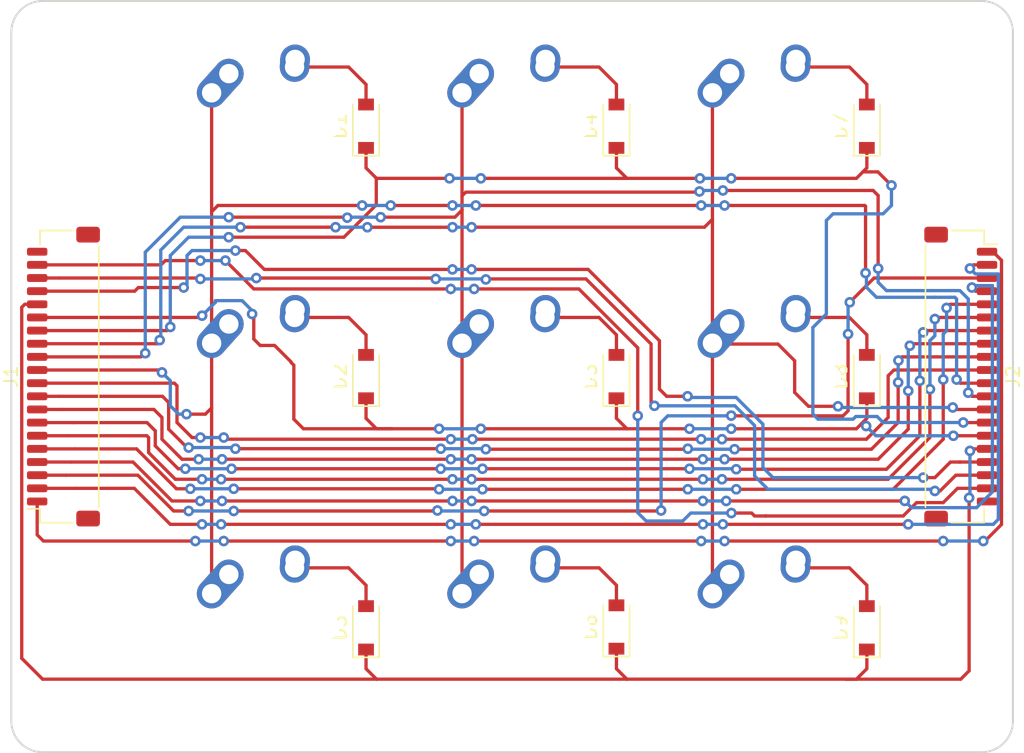
<source format=kicad_pcb>
(kicad_pcb (version 20211014) (generator pcbnew)
  (layers (0 "F.Cu" signal) (31 "B.Cu" signal) (34 "B.Paste" user) (35 "F.Paste" user) (36 "B.SilkS" user "B.Silkscreen") (37 "F.SilkS" user "F.Silkscreen") (38 "B.Mask" user) (39 "F.Mask" user) (44 "Edge.Cuts" user))
  (net 0 "")
  (net 1 "ROW5")
  (net 2 "Net-(D1-Pad2)")
  (net 3 "ROW6")
  (net 4 "Net-(D2-Pad2)")
  (net 5 "ROW7")
  (net 6 "Net-(D3-Pad2)")
  (net 7 "Net-(D4-Pad2)")
  (net 8 "Net-(D5-Pad2)")
  (net 9 "Net-(D6-Pad2)")
  (net 10 "Net-(D7-Pad2)")
  (net 11 "Net-(D8-Pad2)")
  (net 12 "Net-(D9-Pad2)")
  (net 13 "VCC")
  (net 14 "COL3")
  (net 15 "COL4")
  (net 16 "GND")
  (net 17 "COL5")
  (net 18 "COL6")
  (net 19 "COL0")
  (net 20 "COL1")
  (net 21 "COL2")
  (net 22 "COL7")
  (net 23 "COL8")
  (net 24 "COL9")
  (net 25 "COL10")
  (net 26 "ROW8")
  (net 27 "ROW9")
  (net 28 "+5V")
  (footprint "MX_Alps_Hybrid:MX-1U-NoLED" (layer "F.Cu") (at 186.53125 100.0125)
    (fp_text reference "MX8")
    (fp_text value "MX-NoLED")
  )
  (footprint "Diode_SMD:D_SOD-123" (layer "F.Cu") (at 175.41875 100.075 90)
    (fp_text reference "D3")
    (fp_text value "D_Small")
  )
  (footprint "Diode_SMD:D_SOD-123" (layer "F.Cu") (at 213.51875 100.075 90)
    (fp_text reference "D9")
    (fp_text value "D_Small")
  )
  (footprint "Diode_SMD:D_SOD-123" (layer "F.Cu") (at 175.41875 61.9125 90)
    (fp_text reference "D1")
    (fp_text value "D_Small")
  )
  (footprint "MX_Alps_Hybrid:MX-1U-NoLED" (layer "F.Cu") (at 167.48125 61.9125)
    (fp_text reference "MX1")
    (fp_text value "MX-NoLED")
  )
  (footprint "Diode_SMD:D_SOD-123" (layer "F.Cu") (at 194.46875 61.9125 90)
    (fp_text reference "D4")
    (fp_text value "D_Small")
  )
  (footprint "Diode_SMD:D_SOD-123" (layer "F.Cu") (at 194.46875 80.9625 90)
    (fp_text reference "D5")
    (fp_text value "D_Small")
  )
  (footprint "Connector_JST:JST_SH_SM20B-SRSS-TB_1x20-1MP_P1.00mm_Horizontal" (layer "F.Cu") (at 220.6625 80.9625 -90)
    (fp_text reference "J2")
    (fp_text value "Conn_01x19_Male")
  )
  (footprint "Diode_SMD:D_SOD-123" (layer "F.Cu") (at 194.46875 100.0125 90)
    (fp_text reference "D6")
    (fp_text value "D_Small")
  )
  (footprint "MX_Alps_Hybrid:MX-1U-NoLED" (layer "F.Cu") (at 205.58125 100.0125)
    (fp_text reference "MX9")
    (fp_text value "MX-NoLED")
  )
  (footprint "MX_Alps_Hybrid:MX-1U-NoLED" (layer "F.Cu") (at 167.48125 80.9625)
    (fp_text reference "MX4")
    (fp_text value "MX-NoLED")
  )
  (footprint "Connector_JST:JST_SH_SM20B-SRSS-TB_1x20-1MP_P1.00mm_Horizontal" (layer "F.Cu") (at 152.4 80.9625 90)
    (fp_text reference "J1")
    (fp_text value "Conn_01x19_Female")
  )
  (footprint "MX_Alps_Hybrid:MX-1U-NoLED" (layer "F.Cu") (at 205.58125 61.9125)
    (fp_text reference "MX3")
    (fp_text value "MX-NoLED")
  )
  (footprint "Diode_SMD:D_SOD-123" (layer "F.Cu") (at 213.51875 80.9625 90)
    (fp_text reference "D8")
    (fp_text value "D_Small")
  )
  (footprint "Diode_SMD:D_SOD-123" (layer "F.Cu") (at 213.51875 61.9125 90)
    (fp_text reference "D7")
    (fp_text value "D_Small")
  )
  (footprint "MX_Alps_Hybrid:MX-1U-NoLED" (layer "F.Cu") (at 167.48125 100.0125)
    (fp_text reference "MX7")
    (fp_text value "MX-NoLED")
  )
  (footprint "MX_Alps_Hybrid:MX-1U-NoLED" (layer "F.Cu") (at 186.53125 61.9125)
    (fp_text reference "MX2")
    (fp_text value "MX-NoLED")
  )
  (footprint "MX_Alps_Hybrid:MX-1U-NoLED" (layer "F.Cu") (at 205.58125 80.9625)
    (fp_text reference "MX6")
    (fp_text value "MX-NoLED")
  )
  (footprint "MX_Alps_Hybrid:MX-1U-NoLED" (layer "F.Cu") (at 186.53125 80.9625)
    (fp_text reference "MX5")
    (fp_text value "MX-NoLED")
  )
  (footprint "Diode_SMD:D_SOD-123" (layer "F.Cu") (at 175.41875 80.9625 90)
    (fp_text reference "D2")
    (fp_text value "D_Small")
  )
  (gr_line (start 224.63125 54.76875) (end 224.63125 107.15625) (layer "Edge.Cuts") (width 0.15))
  (gr_arc (start 150.8125 109.5375) (mid 149.128702 108.840048) (end 148.43125 107.15625) (layer "Edge.Cuts") (width 0.15))
  (gr_line (start 150.8125 52.3875) (end 222.25 52.3875) (layer "Edge.Cuts") (width 0.15))
  (gr_arc (start 224.63125 107.15625) (mid 223.933798 108.840048) (end 222.25 109.5375) (layer "Edge.Cuts") (width 0.15))
  (gr_line (start 150.8125 109.5375) (end 222.25 109.5375) (layer "Edge.Cuts") (width 0.15))
  (gr_arc (start 222.25 52.3875) (mid 223.933798 53.084952) (end 224.63125 54.76875) (layer "Edge.Cuts") (width 0.15))
  (gr_line (start 148.43125 107.15625) (end 148.43125 54.76875) (layer "Edge.Cuts") (width 0.15))
  (gr_arc (start 148.43125 54.76875) (mid 149.128702 53.084952) (end 150.8125 52.3875) (layer "Edge.Cuts") (width 0.15))
  (segment (start 195.2625 65.88125) (end 184.15 65.88125) (width 0.25) (layer "F.Cu") (net 1))
  (segment (start 214.360125 65.389125) (end 213.217125 65.389125) (width 0.25) (layer "F.Cu") (net 1))
  (segment (start 222.6625 84.4625) (end 220.8605 84.4625) (width 0.25) (layer "F.Cu") (net 1))
  (segment (start 176.196625 65.865375) (end 175.41875 65.0875) (width 0.25) (layer "F.Cu") (net 1))
  (segment (start 176.196625 67.897375) (end 176.196625 65.865375) (width 0.25) (layer "F.Cu") (net 1))
  (segment (start 194.46875 65.0875) (end 194.46875 63.5625) (width 0.25) (layer "F.Cu") (net 1))
  (segment (start 173.736 70.358) (end 176.196625 67.897375) (width 0.25) (layer "F.Cu") (net 1))
  (segment (start 175.41875 65.0875) (end 175.41875 63.5625) (width 0.25) (layer "F.Cu") (net 1))
  (segment (start 164.973 70.358) (end 173.736 70.358) (width 0.25) (layer "F.Cu") (net 1))
  (segment (start 213.51875 65.0875) (end 213.217125 65.389125) (width 0.25) (layer "F.Cu") (net 1))
  (segment (start 200.81875 65.88125) (end 195.2625 65.88125) (width 0.25) (layer "F.Cu") (net 1))
  (segment (start 213.51875 63.5625) (end 213.51875 65.0875) (width 0.25) (layer "F.Cu") (net 1))
  (segment (start 195.2625 65.88125) (end 194.46875 65.0875) (width 0.25) (layer "F.Cu") (net 1))
  (segment (start 160.2525 77.4625) (end 160.528 77.187) (width 0.25) (layer "F.Cu") (net 1))
  (segment (start 150.4 77.4625) (end 160.2525 77.4625) (width 0.25) (layer "F.Cu") (net 1))
  (segment (start 215.392 66.421) (end 214.360125 65.389125) (width 0.25) (layer "F.Cu") (net 1))
  (segment (start 212.725 65.88125) (end 203.2 65.88125) (width 0.25) (layer "F.Cu") (net 1))
  (segment (start 181.76875 65.88125) (end 176.2125 65.88125) (width 0.25) (layer "F.Cu") (net 1))
  (segment (start 220.8605 84.4625) (end 220.853 84.455) (width 0.25) (layer "F.Cu") (net 1))
  (segment (start 176.2125 65.88125) (end 176.196625 65.865375) (width 0.25) (layer "F.Cu") (net 1))
  (segment (start 213.217125 65.389125) (end 212.725 65.88125) (width 0.25) (layer "F.Cu") (net 1))
  (via (at 160.528 77.187) (size 0.8) (drill 0.4) (layers "F.Cu" "B.Cu") (net 1))
  (via (at 220.853 84.455) (size 0.8) (drill 0.4) (layers "F.Cu" "B.Cu") (net 1))
  (via (at 215.392 66.421) (size 0.8) (drill 0.4) (layers "F.Cu" "B.Cu") (net 1))
  (via (at 164.973 70.358) (size 0.8) (drill 0.4) (layers "F.Cu" "B.Cu") (net 1))
  (via (at 181.76875 65.88125) (size 0.8) (drill 0.4) (layers "F.Cu" "B.Cu") (net 1))
  (via (at 200.81875 65.88125) (size 0.8) (drill 0.4) (layers "F.Cu" "B.Cu") (net 1))
  (via (at 203.2 65.88125) (size 0.8) (drill 0.4) (layers "F.Cu" "B.Cu") (net 1))
  (via (at 184.15 65.88125) (size 0.8) (drill 0.4) (layers "F.Cu" "B.Cu") (net 1))
  (segment (start 210.439 76.199232) (end 210.439 69.088) (width 0.25) (layer "B.Cu") (net 1))
  (segment (start 214.757 84.455) (end 214.300451 83.998451) (width 0.25) (layer "B.Cu") (net 1))
  (segment (start 184.15 65.88125) (end 181.76875 65.88125) (width 0.25) (layer "B.Cu") (net 1))
  (segment (start 161.29 70.993) (end 161.925 70.358) (width 0.25) (layer "B.Cu") (net 1))
  (segment (start 209.411249 83.808249) (end 209.411249 77.226983) (width 0.25) (layer "B.Cu") (net 1))
  (segment (start 209.804 84.201) (end 209.411249 83.808249) (width 0.25) (layer "B.Cu") (net 1))
  (segment (start 214.757 68.58) (end 215.392 67.945) (width 0.25) (layer "B.Cu") (net 1))
  (segment (start 165.227 70.358) (end 164.973 70.358) (width 0.25) (layer "B.Cu") (net 1))
  (segment (start 203.2 65.88125) (end 200.81875 65.88125) (width 0.25) (layer "B.Cu") (net 1))
  (segment (start 160.528 77.187) (end 160.528 71.755) (width 0.25) (layer "B.Cu") (net 1))
  (segment (start 209.411249 77.226983) (end 210.439 76.199232) (width 0.25) (layer "B.Cu") (net 1))
  (segment (start 212.673549 83.998451) (end 212.471 84.201) (width 0.25) (layer "B.Cu") (net 1))
  (segment (start 210.439 69.088) (end 210.947 68.58) (width 0.25) (layer "B.Cu") (net 1))
  (segment (start 220.853 84.455) (end 214.757 84.455) (width 0.25) (layer "B.Cu") (net 1))
  (segment (start 160.528 71.755) (end 161.29 70.993) (width 0.25) (layer "B.Cu") (net 1))
  (segment (start 214.300451 83.998451) (end 212.673549 83.998451) (width 0.25) (layer "B.Cu") (net 1))
  (segment (start 210.947 68.58) (end 214.757 68.58) (width 0.25) (layer "B.Cu") (net 1))
  (segment (start 161.925 70.358) (end 164.973 70.358) (width 0.25) (layer "B.Cu") (net 1))
  (segment (start 212.471 84.201) (end 209.804 84.201) (width 0.25) (layer "B.Cu") (net 1))
  (segment (start 215.392 67.945) (end 215.392 66.421) (width 0.25) (layer "B.Cu") (net 1))
  (segment (start 174.09375 57.4125) (end 169.98125 57.4125) (width 0.25) (layer "F.Cu") (net 2))
  (segment (start 175.41875 58.7375) (end 174.09375 57.4125) (width 0.25) (layer "F.Cu") (net 2))
  (segment (start 175.41875 60.2625) (end 175.41875 58.7375) (width 0.25) (layer "F.Cu") (net 2))
  (segment (start 195.2625 84.93125) (end 184.15 84.93125) (width 0.25) (layer "F.Cu") (net 3))
  (segment (start 222.6625 85.4625) (end 220.0995 85.4625) (width 0.25) (layer "F.Cu") (net 3))
  (segment (start 200.025 84.93125) (end 195.2625 84.93125) (width 0.25) (layer "F.Cu") (net 3))
  (segment (start 194.46875 84.1375) (end 194.46875 82.6125) (width 0.25) (layer "F.Cu") (net 3))
  (segment (start 180.975 84.93125) (end 177.38725 84.93125) (width 0.25) (layer "F.Cu") (net 3))
  (segment (start 169.711942 79.843059) (end 169.711942 79.880961) (width 0.25) (layer "F.Cu") (net 3))
  (segment (start 166.878 78.105) (end 167.366599 78.593599) (width 0.25) (layer "F.Cu") (net 3))
  (segment (start 169.926 80.095019) (end 169.926 84.201) (width 0.25) (layer "F.Cu") (net 3))
  (segment (start 176.2125 84.93125) (end 175.41875 84.1375) (width 0.25) (layer "F.Cu") (net 3))
  (segment (start 162.81125 76.4625) (end 162.94675 76.327) (width 0.25) (layer "F.Cu") (net 3))
  (segment (start 170.65625 84.93125) (end 177.38725 84.93125) (width 0.25) (layer "F.Cu") (net 3))
  (segment (start 212.725 84.93125) (end 203.2 84.93125) (width 0.25) (layer "F.Cu") (net 3))
  (segment (start 213.51875 84.1375) (end 213.090125 84.566125) (width 0.25) (layer "F.Cu") (net 3))
  (segment (start 166.751 76.2) (end 166.878 76.327) (width 0.25) (layer "F.Cu") (net 3))
  (segment (start 167.366599 78.593599) (end 168.462482 78.593599) (width 0.25) (layer "F.Cu") (net 3))
  (segment (start 169.926 84.201) (end 170.65625 84.93125) (width 0.25) (layer "F.Cu") (net 3))
  (segment (start 175.41875 84.1375) (end 175.41875 82.6125) (width 0.25) (layer "F.Cu") (net 3))
  (segment (start 169.711942 79.880961) (end 169.926 80.095019) (width 0.25) (layer "F.Cu") (net 3))
  (segment (start 213.090125 84.566125) (end 212.725 84.93125) (width 0.25) (layer "F.Cu") (net 3))
  (segment (start 166.878 76.327) (end 166.878 78.105) (width 0.25) (layer "F.Cu") (net 3))
  (segment (start 213.51875 82.6125) (end 213.51875 84.1375) (width 0.25) (layer "F.Cu") (net 3))
  (segment (start 213.463951 84.723451) (end 213.306625 84.566125) (width 0.25) (layer "F.Cu") (net 3))
  (segment (start 168.462482 78.593599) (end 169.711942 79.843059) (width 0.25) (layer "F.Cu") (net 3))
  (segment (start 195.2625 84.93125) (end 194.46875 84.1375) (width 0.25) (layer "F.Cu") (net 3))
  (segment (start 150.4 76.4625) (end 162.81125 76.4625) (width 0.25) (layer "F.Cu") (net 3))
  (segment (start 213.306625 84.566125) (end 213.090125 84.566125) (width 0.25) (layer "F.Cu") (net 3))
  (segment (start 177.38725 84.93125) (end 176.2125 84.93125) (width 0.25) (layer "F.Cu") (net 3))
  (via (at 162.94675 76.327) (size 0.8) (drill 0.4) (layers "F.Cu" "B.Cu") (net 3))
  (via (at 213.463951 84.723451) (size 0.8) (drill 0.4) (layers "F.Cu" "B.Cu") (net 3))
  (via (at 200.025 84.93125) (size 0.8) (drill 0.4) (layers "F.Cu" "B.Cu") (net 3))
  (via (at 180.975 84.93125) (size 0.8) (drill 0.4) (layers "F.Cu" "B.Cu") (net 3))
  (via (at 220.0995 85.4625) (size 0.8) (drill 0.4) (layers "F.Cu" "B.Cu") (net 3))
  (via (at 166.751 76.2) (size 0.8) (drill 0.4) (layers "F.Cu" "B.Cu") (net 3))
  (via (at 184.15 84.93125) (size 0.8) (drill 0.4) (layers "F.Cu" "B.Cu") (net 3))
  (via (at 203.2 84.93125) (size 0.8) (drill 0.4) (layers "F.Cu" "B.Cu") (net 3))
  (segment (start 166.751 75.946) (end 166.751 76.2) (width 0.25) (layer "B.Cu") (net 3))
  (segment (start 165.989 75.184) (end 166.116 75.311) (width 0.25) (layer "B.Cu") (net 3))
  (segment (start 162.94675 76.327) (end 163.957 75.31675) (width 0.25) (layer "B.Cu") (net 3))
  (segment (start 203.2 84.93125) (end 200.025 84.93125) (width 0.25) (layer "B.Cu") (net 3))
  (segment (start 166.116 75.311) (end 166.751 75.946) (width 0.25) (layer "B.Cu") (net 3))
  (segment (start 163.957 75.31675) (end 163.957 75.184) (width 0.25) (layer "B.Cu") (net 3))
  (segment (start 214.203 85.4625) (end 213.463951 84.723451) (width 0.25) (layer "B.Cu") (net 3))
  (segment (start 163.957 75.184) (end 165.989 75.184) (width 0.25) (layer "B.Cu") (net 3))
  (segment (start 220.0995 85.4625) (end 214.203 85.4625) (width 0.25) (layer "B.Cu") (net 3))
  (segment (start 184.15 84.93125) (end 180.975 84.93125) (width 0.25) (layer "B.Cu") (net 3))
  (segment (start 174.09375 76.4625) (end 169.98125 76.4625) (width 0.25) (layer "F.Cu") (net 4))
  (segment (start 175.41875 77.7875) (end 174.09375 76.4625) (width 0.25) (layer "F.Cu") (net 4))
  (segment (start 175.41875 79.3125) (end 175.41875 77.7875) (width 0.25) (layer "F.Cu") (net 4))
  (segment (start 149.4545 75.4625) (end 149.225 75.692) (width 0.25) (layer "F.Cu") (net 5))
  (segment (start 222.6625 86.4625) (end 221.6395 86.4625) (width 0.25) (layer "F.Cu") (net 5))
  (segment (start 221.6395 86.4625) (end 221.488 86.614) (width 0.25) (layer "F.Cu") (net 5))
  (segment (start 195.2625 103.98125) (end 176.2125 103.98125) (width 0.25) (layer "F.Cu") (net 5))
  (segment (start 176.2125 103.98125) (end 175.41875 103.1875) (width 0.25) (layer "F.Cu") (net 5))
  (segment (start 221.298581 103.345169) (end 220.6625 103.98125) (width 0.25) (layer "F.Cu") (net 5))
  (segment (start 220.6625 103.98125) (end 211.93125 103.98125) (width 0.25) (layer "F.Cu") (net 5))
  (segment (start 175.41875 103.1875) (end 175.41875 101.725) (width 0.25) (layer "F.Cu") (net 5))
  (segment (start 194.46875 103.1875) (end 194.46875 101.6625) (width 0.25) (layer "F.Cu") (net 5))
  (segment (start 221.488 86.614) (end 221.361 86.614) (width 0.25) (layer "F.Cu") (net 5))
  (segment (start 195.2625 103.98125) (end 194.46875 103.1875) (width 0.25) (layer "F.Cu") (net 5))
  (segment (start 150.4 75.4625) (end 149.4545 75.4625) (width 0.25) (layer "F.Cu") (net 5))
  (segment (start 150.34375 75.40625) (end 150.4 75.4625) (width 0.25) (layer "F.Cu") (net 5))
  (segment (start 213.51875 101.725) (end 213.51875 103.1875) (width 0.25) (layer "F.Cu") (net 5))
  (segment (start 149.225 102.39375) (end 150.8125 103.98125) (width 0.25) (layer "F.Cu") (net 5))
  (segment (start 212.725 103.98125) (end 211.93125 103.98125) (width 0.25) (layer "F.Cu") (net 5))
  (segment (start 211.93125 103.98125) (end 195.2625 103.98125) (width 0.25) (layer "F.Cu") (net 5))
  (segment (start 213.51875 103.1875) (end 212.725 103.98125) (width 0.25) (layer "F.Cu") (net 5))
  (segment (start 150.8125 103.98125) (end 176.2125 103.98125) (width 0.25) (layer "F.Cu") (net 5))
  (segment (start 149.225 75.692) (end 149.225 102.39375) (width 0.25) (layer "F.Cu") (net 5))
  (segment (start 221.298581 90.187) (end 221.298581 103.345169) (width 0.25) (layer "F.Cu") (net 5))
  (via (at 221.298581 90.187) (size 0.8) (drill 0.4) (layers "F.Cu" "B.Cu") (net 5))
  (via (at 221.361 86.614) (size 0.8) (drill 0.4) (layers "F.Cu" "B.Cu") (net 5))
  (segment (start 221.315581 90.17) (end 221.298581 90.187) (width 0.25) (layer "B.Cu") (net 5))
  (segment (start 221.361 86.614) (end 221.361 90.17) (width 0.25) (layer "B.Cu") (net 5))
  (segment (start 221.361 90.17) (end 221.315581 90.17) (width 0.25) (layer "B.Cu") (net 5))
  (segment (start 175.41875 98.425) (end 175.41875 96.8375) (width 0.25) (layer "F.Cu") (net 6))
  (segment (start 175.41875 96.8375) (end 174.09375 95.5125) (width 0.25) (layer "F.Cu") (net 6))
  (segment (start 174.09375 95.5125) (end 169.98125 95.5125) (width 0.25) (layer "F.Cu") (net 6))
  (segment (start 194.46875 58.7375) (end 193.14375 57.4125) (width 0.25) (layer "F.Cu") (net 7))
  (segment (start 194.46875 60.2625) (end 194.46875 58.7375) (width 0.25) (layer "F.Cu") (net 7))
  (segment (start 193.14375 57.4125) (end 189.03125 57.4125) (width 0.25) (layer "F.Cu") (net 7))
  (segment (start 194.46875 77.7875) (end 193.14375 76.4625) (width 0.25) (layer "F.Cu") (net 8))
  (segment (start 193.14375 76.4625) (end 189.03125 76.4625) (width 0.25) (layer "F.Cu") (net 8))
  (segment (start 194.46875 79.3125) (end 194.46875 77.7875) (width 0.25) (layer "F.Cu") (net 8))
  (segment (start 193.14375 95.5125) (end 189.03125 95.5125) (width 0.25) (layer "F.Cu") (net 9))
  (segment (start 194.46875 98.3625) (end 194.46875 96.8375) (width 0.25) (layer "F.Cu") (net 9))
  (segment (start 194.46875 96.8375) (end 193.14375 95.5125) (width 0.25) (layer "F.Cu") (net 9))
  (segment (start 212.19375 57.4125) (end 208.08125 57.4125) (width 0.25) (layer "F.Cu") (net 10))
  (segment (start 213.51875 58.7375) (end 212.19375 57.4125) (width 0.25) (layer "F.Cu") (net 10))
  (segment (start 213.51875 60.2625) (end 213.51875 58.7375) (width 0.25) (layer "F.Cu") (net 10))
  (segment (start 213.51875 77.7875) (end 212.19375 76.4625) (width 0.25) (layer "F.Cu") (net 11))
  (segment (start 212.19375 76.4625) (end 208.08125 76.4625) (width 0.25) (layer "F.Cu") (net 11))
  (segment (start 213.51875 79.3125) (end 213.51875 77.7875) (width 0.25) (layer "F.Cu") (net 11))
  (segment (start 213.51875 98.425) (end 213.51875 96.8375) (width 0.25) (layer "F.Cu") (net 12))
  (segment (start 212.19375 95.5125) (end 208.08125 95.5125) (width 0.25) (layer "F.Cu") (net 12))
  (segment (start 213.51875 96.8375) (end 212.19375 95.5125) (width 0.25) (layer "F.Cu") (net 12))
  (segment (start 164.39575 92.202) (end 181.864 92.202) (width 0.25) (layer "F.Cu") (net 13))
  (segment (start 150.4 89.4625) (end 153.3615 89.4625) (width 0.25) (layer "F.Cu") (net 13))
  (segment (start 153.3615 89.4625) (end 156.8995 89.4625) (width 0.25) (layer "F.Cu") (net 13))
  (segment (start 221.361 72.738) (end 221.6365 72.4625) (width 0.25) (layer "F.Cu") (net 13))
  (segment (start 160.528 92.202) (end 162.941 92.202) (width 0.25) (layer "F.Cu") (net 13))
  (segment (start 202.565 92.202) (end 216.662 92.202) (width 0.25) (layer "F.Cu") (net 13))
  (segment (start 183.769 92.202) (end 201.04675 92.202) (width 0.25) (layer "F.Cu") (net 13))
  (segment (start 156.8995 89.4625) (end 157.7885 89.4625) (width 0.25) (layer "F.Cu") (net 13))
  (segment (start 157.7885 89.4625) (end 159.893 91.567) (width 0.25) (layer "F.Cu") (net 13))
  (segment (start 159.893 91.567) (end 160.528 92.202) (width 0.25) (layer "F.Cu") (net 13))
  (segment (start 221.6365 72.4625) (end 222.6625 72.4625) (width 0.25) (layer "F.Cu") (net 13))
  (via (at 183.769 92.202) (size 0.8) (drill 0.4) (layers "F.Cu" "B.Cu") (net 13))
  (via (at 181.864 92.202) (size 0.8) (drill 0.4) (layers "F.Cu" "B.Cu") (net 13))
  (via (at 162.941 92.202) (size 0.8) (drill 0.4) (layers "F.Cu" "B.Cu") (net 13))
  (via (at 201.04675 92.202) (size 0.8) (drill 0.4) (layers "F.Cu" "B.Cu") (net 13))
  (via (at 221.361 72.738) (size 0.8) (drill 0.4) (layers "F.Cu" "B.Cu") (net 13))
  (via (at 216.662 92.202) (size 0.8) (drill 0.4) (layers "F.Cu" "B.Cu") (net 13))
  (via (at 164.39575 92.202) (size 0.8) (drill 0.4) (layers "F.Cu" "B.Cu") (net 13))
  (via (at 202.565 92.202) (size 0.8) (drill 0.4) (layers "F.Cu" "B.Cu") (net 13))
  (segment (start 181.864 92.202) (end 183.769 92.202) (width 0.25) (layer "B.Cu") (net 13))
  (segment (start 223.52 91.821) (end 223.139 92.202) (width 0.25) (layer "B.Cu") (net 13))
  (segment (start 221.361 72.738) (end 221.775 73.152) (width 0.25) (layer "B.Cu") (net 13))
  (segment (start 162.941 92.202) (end 164.39575 92.202) (width 0.25) (layer "B.Cu") (net 13))
  (segment (start 221.775 73.152) (end 223.52 73.152) (width 0.25) (layer "B.Cu") (net 13))
  (segment (start 223.139 92.202) (end 216.662 92.202) (width 0.25) (layer "B.Cu") (net 13))
  (segment (start 223.52 73.152) (end 223.52 91.821) (width 0.25) (layer "B.Cu") (net 13))
  (segment (start 201.04675 92.202) (end 202.565 92.202) (width 0.25) (layer "B.Cu") (net 13))
  (segment (start 215.138 88.773) (end 218.313 85.598) (width 0.25) (layer "F.Cu") (net 14))
  (segment (start 218.313 81.925705) (end 218.318839 81.919866) (width 0.25) (layer "F.Cu") (net 14))
  (segment (start 218.313 85.598) (end 218.313 81.925705) (width 0.25) (layer "F.Cu") (net 14))
  (segment (start 158.877 85.598) (end 158.877 86.741) (width 0.25) (layer "F.Cu") (net 14))
  (segment (start 152.7725 85.4625) (end 158.7415 85.4625) (width 0.25) (layer "F.Cu") (net 14))
  (segment (start 183.44575 88.773) (end 201.04675 88.773) (width 0.25) (layer "F.Cu") (net 14))
  (segment (start 222.6625 76.4625) (end 219.7185 76.4625) (width 0.25) (layer "F.Cu") (net 14))
  (segment (start 164.39575 88.773) (end 181.991 88.773) (width 0.25) (layer "F.Cu") (net 14))
  (segment (start 218.8125 76.4625) (end 218.694 76.581) (width 0.25) (layer "F.Cu") (net 14))
  (segment (start 202.49575 88.773) (end 215.138 88.773) (width 0.25) (layer "F.Cu") (net 14))
  (segment (start 218.9565 76.4625) (end 218.8125 76.4625) (width 0.25) (layer "F.Cu") (net 14))
  (segment (start 158.7415 85.4625) (end 158.877 85.598) (width 0.25) (layer "F.Cu") (net 14))
  (segment (start 160.655 88.519) (end 160.909 88.773) (width 0.25) (layer "F.Cu") (net 14))
  (segment (start 219.7185 76.4625) (end 218.9565 76.4625) (width 0.25) (layer "F.Cu") (net 14))
  (segment (start 158.877 86.741) (end 160.655 88.519) (width 0.25) (layer "F.Cu") (net 14))
  (segment (start 150.4 85.4625) (end 152.7725 85.4625) (width 0.25) (layer "F.Cu") (net 14))
  (segment (start 160.909 88.773) (end 162.941 88.773) (width 0.25) (layer "F.Cu") (net 14))
  (via (at 201.04675 88.773) (size 0.8) (drill 0.4) (layers "F.Cu" "B.Cu") (net 14))
  (via (at 162.941 88.773) (size 0.8) (drill 0.4) (layers "F.Cu" "B.Cu") (net 14))
  (via (at 218.318839 81.919866) (size 0.8) (drill 0.4) (layers "F.Cu" "B.Cu") (net 14))
  (via (at 218.694 76.581) (size 0.8) (drill 0.4) (layers "F.Cu" "B.Cu") (net 14))
  (via (at 202.49575 88.773) (size 0.8) (drill 0.4) (layers "F.Cu" "B.Cu") (net 14))
  (via (at 183.44575 88.773) (size 0.8) (drill 0.4) (layers "F.Cu" "B.Cu") (net 14))
  (via (at 164.39575 88.773) (size 0.8) (drill 0.4) (layers "F.Cu" "B.Cu") (net 14))
  (via (at 181.991 88.773) (size 0.8) (drill 0.4) (layers "F.Cu" "B.Cu") (net 14))
  (segment (start 218.694 77.851) (end 218.694 76.581) (width 0.25) (layer "B.Cu") (net 14))
  (segment (start 201.04675 88.773) (end 202.49575 88.773) (width 0.25) (layer "B.Cu") (net 14))
  (segment (start 218.318839 78.237839) (end 218.318839 78.226161) (width 0.25) (layer "B.Cu") (net 14))
  (segment (start 218.318839 78.226161) (end 218.694 77.851) (width 0.25) (layer "B.Cu") (net 14))
  (segment (start 218.318839 81.919866) (end 218.318839 78.237839) (width 0.25) (layer "B.Cu") (net 14))
  (segment (start 218.318839 78.237839) (end 218.313 78.232) (width 0.25) (layer "B.Cu") (net 14))
  (segment (start 181.991 88.773) (end 183.44575 88.773) (width 0.25) (layer "B.Cu") (net 14))
  (segment (start 162.941 88.773) (end 164.39575 88.773) (width 0.25) (layer "B.Cu") (net 14))
  (segment (start 216.916 86.106) (end 217.551 85.471) (width 0.25) (layer "F.Cu") (net 15))
  (segment (start 153.1695 84.4625) (end 158.7575 84.4625) (width 0.25) (layer "F.Cu") (net 15))
  (segment (start 217.9395 77.4625) (end 222.6625 77.4625) (width 0.25) (layer "F.Cu") (net 15))
  (segment (start 215.011 88.011) (end 216.916 86.106) (width 0.25) (layer "F.Cu") (net 15))
  (segment (start 159.385 85.09) (end 159.385 86.233) (width 0.25) (layer "F.Cu") (net 15))
  (segment (start 158.7575 84.4625) (end 159.131 84.836) (width 0.25) (layer "F.Cu") (net 15))
  (segment (start 159.385 86.233) (end 161.1255 87.9735) (width 0.25) (layer "F.Cu") (net 15))
  (segment (start 159.131 84.836) (end 159.385 85.09) (width 0.25) (layer "F.Cu") (net 15))
  (segment (start 161.1255 87.9735) (end 161.671 87.9735) (width 0.25) (layer "F.Cu") (net 15))
  (segment (start 165.1895 87.9735) (end 181.096161 87.9735) (width 0.25) (layer "F.Cu") (net 15))
  (segment (start 203.581 88.011) (end 215.011 88.011) (width 0.25) (layer "F.Cu") (net 15))
  (segment (start 217.551 85.471) (end 217.551 81.28) (width 0.25) (layer "F.Cu") (net 15))
  (segment (start 184.277 87.9735) (end 200.025 87.9735) (width 0.25) (layer "F.Cu") (net 15))
  (segment (start 150.4 84.4625) (end 153.1695 84.4625) (width 0.25) (layer "F.Cu") (net 15))
  (segment (start 217.805 77.597) (end 217.9395 77.4625) (width 0.25) (layer "F.Cu") (net 15))
  (via (at 203.581 88.011) (size 0.8) (drill 0.4) (layers "F.Cu" "B.Cu") (net 15))
  (via (at 217.551 81.28) (size 0.8) (drill 0.4) (layers "F.Cu" "B.Cu") (net 15))
  (via (at 217.805 77.597) (size 0.8) (drill 0.4) (layers "F.Cu" "B.Cu") (net 15))
  (via (at 200.025 87.9735) (size 0.8) (drill 0.4) (layers "F.Cu" "B.Cu") (net 15))
  (via (at 184.277 87.9735) (size 0.8) (drill 0.4) (layers "F.Cu" "B.Cu") (net 15))
  (via (at 165.1895 87.9735) (size 0.8) (drill 0.4) (layers "F.Cu" "B.Cu") (net 15))
  (via (at 181.096161 87.9735) (size 0.8) (drill 0.4) (layers "F.Cu" "B.Cu") (net 15))
  (via (at 161.671 87.9735) (size 0.8) (drill 0.4) (layers "F.Cu" "B.Cu") (net 15))
  (segment (start 203.5435 87.9735) (end 203.581 88.011) (width 0.25) (layer "B.Cu") (net 15))
  (segment (start 181.096161 87.9735) (end 184.277 87.9735) (width 0.25) (layer "B.Cu") (net 15))
  (segment (start 161.671 87.9735) (end 165.1895 87.9735) (width 0.25) (layer "B.Cu") (net 15))
  (segment (start 200.025 87.9735) (end 203.5435 87.9735) (width 0.25) (layer "B.Cu") (net 15))
  (segment (start 217.551 77.851) (end 217.805 77.597) (width 0.25) (layer "B.Cu") (net 15))
  (segment (start 217.551 81.28) (end 217.551 77.851) (width 0.25) (layer "B.Cu") (net 15))
  (segment (start 166.878 74.295) (end 164.719 72.136) (width 0.25) (layer "F.Cu") (net 16))
  (segment (start 204.978 91.567) (end 204.753687 91.342687) (width 0.25) (layer "F.Cu") (net 16))
  (segment (start 219.329 90.551) (end 217.297 90.551) (width 0.25) (layer "F.Cu") (net 16))
  (segment (start 159.8205 72.4625) (end 150.4 72.4625) (width 0.25) (layer "F.Cu") (net 16))
  (segment (start 222.6625 89.4625) (end 220.4175 89.4625) (width 0.25) (layer "F.Cu") (net 16))
  (segment (start 181.864 74.295) (end 166.878 74.295) (width 0.25) (layer "F.Cu") (net 16))
  (segment (start 204.753687 91.342687) (end 203.212723 91.342687) (width 0.25) (layer "F.Cu") (net 16))
  (segment (start 205.867 91.567) (end 205.74 91.567) (width 0.25) (layer "F.Cu") (net 16))
  (segment (start 220.4175 89.4625) (end 219.329 90.551) (width 0.25) (layer "F.Cu") (net 16))
  (segment (start 205.867 91.567) (end 204.978 91.567) (width 0.25) (layer "F.Cu") (net 16))
  (segment (start 216.281 91.567) (end 205.867 91.567) (width 0.25) (layer "F.Cu") (net 16))
  (segment (start 196.088 78.770354) (end 191.612646 74.295) (width 0.25) (layer "F.Cu") (net 16))
  (segment (start 160.147 72.136) (end 159.8205 72.4625) (width 0.25) (layer "F.Cu") (net 16))
  (segment (start 191.612646 74.295) (end 183.642 74.295) (width 0.25) (layer "F.Cu") (net 16))
  (segment (start 196.088 83.947) (end 196.088 78.770354) (width 0.25) (layer "F.Cu") (net 16))
  (segment (start 217.297 90.551) (end 216.281 91.567) (width 0.25) (layer "F.Cu") (net 16))
  (segment (start 162.814 72.136) (end 160.147 72.136) (width 0.25) (layer "F.Cu") (net 16))
  (via (at 203.212723 91.342687) (size 0.8) (drill 0.4) (layers "F.Cu" "B.Cu") (net 16))
  (via (at 183.642 74.295) (size 0.8) (drill 0.4) (layers "F.Cu" "B.Cu") (net 16))
  (via (at 162.814 72.136) (size 0.8) (drill 0.4) (layers "F.Cu" "B.Cu") (net 16))
  (via (at 181.864 74.295) (size 0.8) (drill 0.4) (layers "F.Cu" "B.Cu") (net 16))
  (via (at 196.088 83.947) (size 0.8) (drill 0.4) (layers "F.Cu" "B.Cu") (net 16))
  (via (at 164.719 72.136) (size 0.8) (drill 0.4) (layers "F.Cu" "B.Cu") (net 16))
  (segment (start 196.088 91.313) (end 196.088 83.947) (width 0.25) (layer "B.Cu") (net 16))
  (segment (start 183.642 74.295) (end 181.864 74.295) (width 0.25) (layer "B.Cu") (net 16))
  (segment (start 200.122313 91.342687) (end 203.212723 91.342687) (width 0.25) (layer "B.Cu") (net 16))
  (segment (start 200.122313 91.342687) (end 199.517 91.948) (width 0.25) (layer "B.Cu") (net 16))
  (segment (start 164.719 72.136) (end 162.814 72.136) (width 0.25) (layer "B.Cu") (net 16))
  (segment (start 196.723 91.948) (end 196.088 91.313) (width 0.25) (layer "B.Cu") (net 16))
  (segment (start 199.517 91.948) (end 196.723 91.948) (width 0.25) (layer "B.Cu") (net 16))
  (segment (start 214.376 87.249) (end 216.535 85.09) (width 0.25) (layer "F.Cu") (net 17))
  (segment (start 159.893 85.725) (end 161.036 86.868) (width 0.25) (layer "F.Cu") (net 17))
  (segment (start 150.4 83.4625) (end 152.2965 83.4625) (width 0.25) (layer "F.Cu") (net 17))
  (segment (start 216.667839 84.957161) (end 216.667839 82.046866) (width 0.25) (layer "F.Cu") (net 17))
  (segment (start 159.2815 83.4625) (end 159.893 84.074) (width 0.25) (layer "F.Cu") (net 17))
  (segment (start 216.535 85.09) (end 216.667839 84.957161) (width 0.25) (layer "F.Cu") (net 17))
  (segment (start 159.893 84.074) (end 159.893 84.963) (width 0.25) (layer "F.Cu") (net 17))
  (segment (start 161.417 87.249) (end 162.687 87.249) (width 0.25) (layer "F.Cu") (net 17))
  (segment (start 202.692 87.249) (end 214.376 87.249) (width 0.25) (layer "F.Cu") (net 17))
  (segment (start 216.9395 78.4625) (end 216.789 78.613) (width 0.25) (layer "F.Cu") (net 17))
  (segment (start 164.465 87.249) (end 181.864 87.249) (width 0.25) (layer "F.Cu") (net 17))
  (segment (start 152.2965 83.4625) (end 159.2815 83.4625) (width 0.25) (layer "F.Cu") (net 17))
  (segment (start 159.893 84.963) (end 159.893 85.725) (width 0.25) (layer "F.Cu") (net 17))
  (segment (start 222.6625 78.4625) (end 216.9395 78.4625) (width 0.25) (layer "F.Cu") (net 17))
  (segment (start 183.44575 87.249) (end 201.041 87.249) (width 0.25) (layer "F.Cu") (net 17))
  (segment (start 161.036 86.868) (end 161.417 87.249) (width 0.25) (layer "F.Cu") (net 17))
  (via (at 216.667839 82.046866) (size 0.8) (drill 0.4) (layers "F.Cu" "B.Cu") (net 17))
  (via (at 164.465 87.249) (size 0.8) (drill 0.4) (layers "F.Cu" "B.Cu") (net 17))
  (via (at 162.687 87.249) (size 0.8) (drill 0.4) (layers "F.Cu" "B.Cu") (net 17))
  (via (at 181.864 87.249) (size 0.8) (drill 0.4) (layers "F.Cu" "B.Cu") (net 17))
  (via (at 183.44575 87.249) (size 0.8) (drill 0.4) (layers "F.Cu" "B.Cu") (net 17))
  (via (at 202.692 87.249) (size 0.8) (drill 0.4) (layers "F.Cu" "B.Cu") (net 17))
  (via (at 201.041 87.249) (size 0.8) (drill 0.4) (layers "F.Cu" "B.Cu") (net 17))
  (via (at 216.789 78.613) (size 0.8) (drill 0.4) (layers "F.Cu" "B.Cu") (net 17))
  (segment (start 162.687 87.249) (end 164.465 87.249) (width 0.25) (layer "B.Cu") (net 17))
  (segment (start 181.864 87.249) (end 183.44575 87.249) (width 0.25) (layer "B.Cu") (net 17))
  (segment (start 216.667839 78.734161) (end 216.789 78.613) (width 0.25) (layer "B.Cu") (net 17))
  (segment (start 201.041 87.249) (end 202.692 87.249) (width 0.25) (layer "B.Cu") (net 17))
  (segment (start 216.667839 82.046866) (end 216.667839 78.734161) (width 0.25) (layer "B.Cu") (net 17))
  (segment (start 215.9 84.455) (end 215.9 81.407) (width 0.25) (layer "F.Cu") (net 18))
  (segment (start 160.401 82.931) (end 160.401 84.455) (width 0.25) (layer "F.Cu") (net 18))
  (segment (start 161.671 86.233) (end 161.798 86.36) (width 0.25) (layer "F.Cu") (net 18))
  (segment (start 203.454 86.487) (end 213.868 86.487) (width 0.25) (layer "F.Cu") (net 18))
  (segment (start 184.531 86.487) (end 199.8605 86.487) (width 0.25) (layer "F.Cu") (net 18))
  (segment (start 159.9325 82.4625) (end 160.274 82.804) (width 0.25) (layer "F.Cu") (net 18))
  (segment (start 215.519 84.836) (end 215.9 84.455) (width 0.25) (layer "F.Cu") (net 18))
  (segment (start 199.8605 86.487) (end 199.898 86.4495) (width 0.25) (layer "F.Cu") (net 18))
  (segment (start 213.868 86.487) (end 215.519 84.836) (width 0.25) (layer "F.Cu") (net 18))
  (segment (start 150.4 82.4625) (end 152.0585 82.4625) (width 0.25) (layer "F.Cu") (net 18))
  (segment (start 152.0585 82.4625) (end 159.9325 82.4625) (width 0.25) (layer "F.Cu") (net 18))
  (segment (start 165.481 86.4495) (end 181.102 86.4495) (width 0.25) (layer "F.Cu") (net 18))
  (segment (start 215.921093 79.738) (end 216.196593 79.4625) (width 0.25) (layer "F.Cu") (net 18))
  (segment (start 160.401 84.455) (end 160.401 84.963) (width 0.25) (layer "F.Cu") (net 18))
  (segment (start 160.274 82.804) (end 160.401 82.931) (width 0.25) (layer "F.Cu") (net 18))
  (segment (start 216.196593 79.4625) (end 222.6625 79.4625) (width 0.25) (layer "F.Cu") (net 18))
  (segment (start 161.798 86.36) (end 161.925 86.36) (width 0.25) (layer "F.Cu") (net 18))
  (segment (start 160.401 84.963) (end 161.671 86.233) (width 0.25) (layer "F.Cu") (net 18))
  (via (at 215.921093 79.738) (size 0.8) (drill 0.4) (layers "F.Cu" "B.Cu") (net 18))
  (via (at 165.481 86.4495) (size 0.8) (drill 0.4) (layers "F.Cu" "B.Cu") (net 18))
  (via (at 199.898 86.4495) (size 0.8) (drill 0.4) (layers "F.Cu" "B.Cu") (net 18))
  (via (at 203.454 86.487) (size 0.8) (drill 0.4) (layers "F.Cu" "B.Cu") (net 18))
  (via (at 184.531 86.487) (size 0.8) (drill 0.4) (layers "F.Cu" "B.Cu") (net 18))
  (via (at 181.102 86.4495) (size 0.8) (drill 0.4) (layers "F.Cu" "B.Cu") (net 18))
  (via (at 161.925 86.36) (size 0.8) (drill 0.4) (layers "F.Cu" "B.Cu") (net 18))
  (via (at 215.9 81.407) (size 0.8) (drill 0.4) (layers "F.Cu" "B.Cu") (net 18))
  (segment (start 184.4935 86.4495) (end 184.531 86.487) (width 0.25) (layer "B.Cu") (net 18))
  (segment (start 215.9 79.759093) (end 215.9 81.407) (width 0.25) (layer "B.Cu") (net 18))
  (segment (start 181.102 86.4495) (end 184.4935 86.4495) (width 0.25) (layer "B.Cu") (net 18))
  (segment (start 199.9355 86.487) (end 203.454 86.487) (width 0.25) (layer "B.Cu") (net 18))
  (segment (start 161.925 86.36) (end 165.3915 86.36) (width 0.25) (layer "B.Cu") (net 18))
  (segment (start 165.3915 86.36) (end 165.481 86.4495) (width 0.25) (layer "B.Cu") (net 18))
  (segment (start 215.921093 79.738) (end 215.9 79.759093) (width 0.25) (layer "B.Cu") (net 18))
  (segment (start 199.898 86.4495) (end 199.9355 86.487) (width 0.25) (layer "B.Cu") (net 18))
  (segment (start 203.2 83.931747) (end 203.215253 83.947) (width 0.25) (layer "F.Cu") (net 19))
  (segment (start 152.5975 88.4625) (end 158.057104 88.4625) (width 0.25) (layer "F.Cu") (net 19))
  (segment (start 195.072 91.186) (end 197.8285 91.186) (width 0.25) (layer "F.Cu") (net 19))
  (segment (start 180.8105 91.186) (end 180.848 91.1485) (width 0.25) (layer "F.Cu") (net 19))
  (segment (start 203.215253 83.947) (end 211.709 83.947) (width 0.25) (layer "F.Cu") (net 19))
  (segment (start 160.780604 91.186) (end 161.925 91.186) (width 0.25) (layer "F.Cu") (net 19))
  (segment (start 211.709 83.947) (end 212.09 83.566) (width 0.25) (layer "F.Cu") (net 19))
  (segment (start 214.0655 73.4625) (end 212.217 75.311) (width 0.25) (layer "F.Cu") (net 19))
  (segment (start 197.8285 91.186) (end 197.866 91.1485) (width 0.25) (layer "F.Cu") (net 19))
  (segment (start 222.6625 73.4625) (end 214.0655 73.4625) (width 0.25) (layer "F.Cu") (net 19))
  (segment (start 150.4 88.4625) (end 152.5975 88.4625) (width 0.25) (layer "F.Cu") (net 19))
  (segment (start 158.057104 88.4625) (end 159.003302 89.408698) (width 0.25) (layer "F.Cu") (net 19))
  (segment (start 165.354 91.186) (end 180.8105 91.186) (width 0.25) (layer "F.Cu") (net 19))
  (segment (start 212.09 83.566) (end 212.09 77.724) (width 0.25) (layer "F.Cu") (net 19))
  (segment (start 184.404 91.186) (end 195.072 91.186) (width 0.25) (layer "F.Cu") (net 19))
  (segment (start 159.003302 89.408698) (end 160.780604 91.186) (width 0.25) (layer "F.Cu") (net 19))
  (via (at 161.925 91.186) (size 0.8) (drill 0.4) (layers "F.Cu" "B.Cu") (net 19))
  (via (at 197.866 91.1485) (size 0.8) (drill 0.4) (layers "F.Cu" "B.Cu") (net 19))
  (via (at 212.217 75.311) (size 0.8) (drill 0.4) (layers "F.Cu" "B.Cu") (net 19))
  (via (at 184.404 91.186) (size 0.8) (drill 0.4) (layers "F.Cu" "B.Cu") (net 19))
  (via (at 203.2 83.931747) (size 0.8) (drill 0.4) (layers "F.Cu" "B.Cu") (net 19))
  (via (at 165.354 91.186) (size 0.8) (drill 0.4) (layers "F.Cu" "B.Cu") (net 19))
  (via (at 212.09 77.724) (size 0.8) (drill 0.4) (layers "F.Cu" "B.Cu") (net 19))
  (via (at 180.848 91.1485) (size 0.8) (drill 0.4) (layers "F.Cu" "B.Cu") (net 19))
  (segment (start 212.09 77.724) (end 212.09 75.438) (width 0.25) (layer "B.Cu") (net 19))
  (segment (start 161.925 91.186) (end 165.354 91.186) (width 0.25) (layer "B.Cu") (net 19))
  (segment (start 180.848 91.1485) (end 180.8855 91.186) (width 0.25) (layer "B.Cu") (net 19))
  (segment (start 212.09 75.438) (end 212.217 75.311) (width 0.25) (layer "B.Cu") (net 19))
  (segment (start 203.2 83.947) (end 203.2 83.931747) (width 0.25) (layer "B.Cu") (net 19))
  (segment (start 198.374 83.947) (end 197.866 84.455) (width 0.25) (layer "B.Cu") (net 19))
  (segment (start 180.8855 91.186) (end 184.404 91.186) (width 0.25) (layer "B.Cu") (net 19))
  (segment (start 203.2 83.931747) (end 203.184747 83.947) (width 0.25) (layer "B.Cu") (net 19))
  (segment (start 203.184747 83.947) (end 198.374 83.947) (width 0.25) (layer "B.Cu") (net 19))
  (segment (start 197.866 84.455) (end 197.866 91.1485) (width 0.25) (layer "B.Cu") (net 19))
  (segment (start 216.408 90.424) (end 216.403701 90.419701) (width 0.25) (layer "F.Cu") (net 20))
  (segment (start 221.511273 74.187) (end 221.786773 74.4625) (width 0.25) (layer "F.Cu") (net 20))
  (segment (start 183.44575 90.424) (end 201.041 90.424) (width 0.25) (layer "F.Cu") (net 20))
  (segment (start 157.6935 87.4625) (end 159.258 89.027) (width 0.25) (layer "F.Cu") (net 20))
  (segment (start 150.4 87.4625) (end 152.9945 87.4625) (width 0.25) (layer "F.Cu") (net 20))
  (segment (start 159.258 89.027) (end 160.655 90.424) (width 0.25) (layer "F.Cu") (net 20))
  (segment (start 164.465 90.424) (end 181.99675 90.424) (width 0.25) (layer "F.Cu") (net 20))
  (segment (start 221.786773 74.4625) (end 222.6625 74.4625) (width 0.25) (layer "F.Cu") (net 20))
  (segment (start 160.655 90.424) (end 162.814 90.424) (width 0.25) (layer "F.Cu") (net 20))
  (segment (start 152.9945 87.4625) (end 157.6935 87.4625) (width 0.25) (layer "F.Cu") (net 20))
  (segment (start 202.819 90.424) (end 216.408 90.424) (width 0.25) (layer "F.Cu") (net 20))
  (via (at 221.511273 74.187) (size 0.8) (drill 0.4) (layers "F.Cu" "B.Cu") (net 20))
  (via (at 202.819 90.424) (size 0.8) (drill 0.4) (layers "F.Cu" "B.Cu") (net 20))
  (via (at 201.041 90.424) (size 0.8) (drill 0.4) (layers "F.Cu" "B.Cu") (net 20))
  (via (at 183.44575 90.424) (size 0.8) (drill 0.4) (layers "F.Cu" "B.Cu") (net 20))
  (via (at 164.465 90.424) (size 0.8) (drill 0.4) (layers "F.Cu" "B.Cu") (net 20))
  (via (at 216.403701 90.419701) (size 0.8) (drill 0.4) (layers "F.Cu" "B.Cu") (net 20))
  (via (at 181.99675 90.424) (size 0.8) (drill 0.4) (layers "F.Cu" "B.Cu") (net 20))
  (via (at 162.814 90.424) (size 0.8) (drill 0.4) (layers "F.Cu" "B.Cu") (net 20))
  (segment (start 216.403701 90.419701) (end 216.916 90.932) (width 0.25) (layer "B.Cu") (net 20))
  (segment (start 162.814 90.424) (end 164.465 90.424) (width 0.25) (layer "B.Cu") (net 20))
  (segment (start 201.041 90.424) (end 202.819 90.424) (width 0.25) (layer "B.Cu") (net 20))
  (segment (start 221.511273 74.187) (end 221.657273 74.041) (width 0.25) (layer "B.Cu") (net 20))
  (segment (start 221.869 90.932) (end 222.631 90.17) (width 0.25) (layer "B.Cu") (net 20))
  (segment (start 223.07 74.041) (end 223.07 89.731) (width 0.25) (layer "B.Cu") (net 20))
  (segment (start 222.377 90.424) (end 222.631 90.17) (width 0.25) (layer "B.Cu") (net 20))
  (segment (start 216.916 90.932) (end 221.869 90.932) (width 0.25) (layer "B.Cu") (net 20))
  (segment (start 223.07 89.731) (end 222.631 90.17) (width 0.25) (layer "B.Cu") (net 20))
  (segment (start 221.657273 74.041) (end 223.07 74.041) (width 0.25) (layer "B.Cu") (net 20))
  (segment (start 181.99675 90.424) (end 183.44575 90.424) (width 0.25) (layer "B.Cu") (net 20))
  (segment (start 219.8585 75.4625) (end 219.583 75.738) (width 0.25) (layer "F.Cu") (net 21))
  (segment (start 203.581 89.535) (end 215.519 89.535) (width 0.25) (layer "F.Cu") (net 21))
  (segment (start 184.277 89.535) (end 199.898 89.535) (width 0.25) (layer "F.Cu") (net 21))
  (segment (start 157.988 86.487) (end 157.988 86.488396) (width 0.25) (layer "F.Cu") (net 21))
  (segment (start 157.988 86.488396) (end 158.749302 87.249698) (width 0.25) (layer "F.Cu") (net 21))
  (segment (start 158.749302 87.249698) (end 160.997104 89.4975) (width 0.25) (layer "F.Cu") (net 21))
  (segment (start 153.2645 86.4625) (end 157.9635 86.4625) (width 0.25) (layer "F.Cu") (net 21))
  (segment (start 215.519 89.535) (end 218.694 86.36) (width 0.25) (layer "F.Cu") (net 21))
  (segment (start 160.997104 89.4975) (end 162.052 89.4975) (width 0.25) (layer "F.Cu") (net 21))
  (segment (start 150.4 86.4625) (end 153.2645 86.4625) (width 0.25) (layer "F.Cu") (net 21))
  (segment (start 219.329 85.725) (end 219.329 81.187) (width 0.25) (layer "F.Cu") (net 21))
  (segment (start 218.694 86.36) (end 219.329 85.725) (width 0.25) (layer "F.Cu") (net 21))
  (segment (start 157.9635 86.4625) (end 157.988 86.487) (width 0.25) (layer "F.Cu") (net 21))
  (segment (start 222.6625 75.4625) (end 219.8585 75.4625) (width 0.25) (layer "F.Cu") (net 21))
  (segment (start 165.354 89.4975) (end 180.9375 89.4975) (width 0.25) (layer "F.Cu") (net 21))
  (segment (start 180.9375 89.4975) (end 180.975 89.535) (width 0.25) (layer "F.Cu") (net 21))
  (via (at 219.583 75.738) (size 0.8) (drill 0.4) (layers "F.Cu" "B.Cu") (net 21))
  (via (at 219.329 81.187) (size 0.8) (drill 0.4) (layers "F.Cu" "B.Cu") (net 21))
  (via (at 184.277 89.535) (size 0.8) (drill 0.4) (layers "F.Cu" "B.Cu") (net 21))
  (via (at 165.354 89.4975) (size 0.8) (drill 0.4) (layers "F.Cu" "B.Cu") (net 21))
  (via (at 203.581 89.535) (size 0.8) (drill 0.4) (layers "F.Cu" "B.Cu") (net 21))
  (via (at 199.898 89.535) (size 0.8) (drill 0.4) (layers "F.Cu" "B.Cu") (net 21))
  (via (at 180.975 89.535) (size 0.8) (drill 0.4) (layers "F.Cu" "B.Cu") (net 21))
  (via (at 162.052 89.4975) (size 0.8) (drill 0.4) (layers "F.Cu" "B.Cu") (net 21))
  (segment (start 180.975 89.535) (end 184.277 89.535) (width 0.25) (layer "B.Cu") (net 21))
  (segment (start 219.329 81.187) (end 219.329 77.724) (width 0.25) (layer "B.Cu") (net 21))
  (segment (start 162.052 89.4975) (end 165.354 89.4975) (width 0.25) (layer "B.Cu") (net 21))
  (segment (start 199.898 89.535) (end 203.581 89.535) (width 0.25) (layer "B.Cu") (net 21))
  (segment (start 219.329 77.724) (end 219.583 77.47) (width 0.25) (layer "B.Cu") (net 21))
  (segment (start 219.583 77.47) (end 219.583 75.738) (width 0.25) (layer "B.Cu") (net 21))
  (segment (start 215.138 80.899) (end 215.138 82.804) (width 0.25) (layer "F.Cu") (net 22))
  (segment (start 222.6625 80.4625) (end 220.1465 80.4625) (width 0.25) (layer "F.Cu") (net 22))
  (segment (start 213.487 85.725) (end 202.49575 85.725) (width 0.25) (layer "F.Cu") (net 22))
  (segment (start 220.1465 80.4625) (end 215.5745 80.4625) (width 0.25) (layer "F.Cu") (net 22))
  (segment (start 213.614 85.598) (end 213.487 85.725) (width 0.25) (layer "F.Cu") (net 22))
  (segment (start 161.036 84.455) (end 161.036 81.661) (width 0.25) (layer "F.Cu") (net 22))
  (segment (start 181.864 85.725) (end 164.719 85.725) (width 0.25) (layer "F.Cu") (net 22))
  (segment (start 161.036 81.661) (end 160.8375 81.4625) (width 0.25) (layer "F.Cu") (net 22))
  (segment (start 162.814 85.598) (end 162.179 85.598) (width 0.25) (layer "F.Cu") (net 22))
  (segment (start 164.719 85.725) (end 164.592 85.598) (width 0.25) (layer "F.Cu") (net 22))
  (segment (start 160.8375 81.4625) (end 150.4 81.4625) (width 0.25) (layer "F.Cu") (net 22))
  (segment (start 162.179 85.598) (end 161.036 84.455) (width 0.25) (layer "F.Cu") (net 22))
  (segment (start 215.5745 80.4625) (end 215.138 80.899) (width 0.25) (layer "F.Cu") (net 22))
  (segment (start 215.138 82.804) (end 215.138 84.074) (width 0.25) (layer "F.Cu") (net 22))
  (segment (start 215.138 84.074) (end 213.614 85.598) (width 0.25) (layer "F.Cu") (net 22))
  (segment (start 200.914 85.725) (end 183.515 85.725) (width 0.25) (layer "F.Cu") (net 22))
  (via (at 181.864 85.725) (size 0.8) (drill 0.4) (layers "F.Cu" "B.Cu") (net 22))
  (via (at 183.515 85.725) (size 0.8) (drill 0.4) (layers "F.Cu" "B.Cu") (net 22))
  (via (at 200.914 85.725) (size 0.8) (drill 0.4) (layers "F.Cu" "B.Cu") (net 22))
  (via (at 162.814 85.598) (size 0.8) (drill 0.4) (layers "F.Cu" "B.Cu") (net 22))
  (via (at 202.49575 85.725) (size 0.8) (drill 0.4) (layers "F.Cu" "B.Cu") (net 22))
  (via (at 164.592 85.598) (size 0.8) (drill 0.4) (layers "F.Cu" "B.Cu") (net 22))
  (segment (start 202.49575 85.725) (end 200.914 85.725) (width 0.25) (layer "B.Cu") (net 22))
  (segment (start 164.592 85.598) (end 162.814 85.598) (width 0.25) (layer "B.Cu") (net 22))
  (segment (start 183.515 85.725) (end 181.864 85.725) (width 0.25) (layer "B.Cu") (net 22))
  (segment (start 161.7605 83.82) (end 163.195 83.82) (width 0.25) (layer "F.Cu") (net 23))
  (segment (start 222.6625 81.4625) (end 220.622167 81.4625) (width 0.25) (layer "F.Cu") (net 23))
  (segment (start 163.67125 83.34375) (end 163.67125 97.4725) (width 0.25) (layer "F.Cu") (net 23))
  (segment (start 213.4192 73.0842) (end 213.4192 72.1952) (width 0.25) (layer "F.Cu") (net 23))
  (segment (start 181.991 67.945) (end 177.292 67.945) (width 0.25) (layer "F.Cu") (net 23))
  (segment (start 213.4192 72.1952) (end 213.4192 68.0042) (width 0.25) (layer "F.Cu") (net 23))
  (segment (start 164.1475 67.945) (end 163.67125 68.42125) (width 0.25) (layer "F.Cu") (net 23))
  (segment (start 163.67125 68.42125) (end 163.67125 78.4225) (width 0.25) (layer "F.Cu") (net 23))
  (segment (start 150.4 80.4625) (end 159.7105 80.4625) (width 0.25) (layer "F.Cu") (net 23))
  (segment (start 200.914 67.945) (end 183.769 67.945) (width 0.25) (layer "F.Cu") (net 23))
  (segment (start 175.1244 67.945) (end 164.1475 67.945) (width 0.25) (layer "F.Cu") (net 23))
  (segment (start 163.67125 78.4225) (end 163.67125 83.34375) (width 0.25) (layer "F.Cu") (net 23))
  (segment (start 163.195 83.82) (end 163.67125 83.34375) (width 0.25) (layer "F.Cu") (net 23))
  (segment (start 159.7105 80.4625) (end 159.893 80.645) (width 0.25) (layer "F.Cu") (net 23))
  (segment (start 163.67125 59.3725) (end 163.67125 68.42125) (width 0.25) (layer "F.Cu") (net 23))
  (segment (start 220.622167 81.4625) (end 220.346667 81.187) (width 0.25) (layer "F.Cu") (net 23))
  (segment (start 213.36 67.945) (end 202.692 67.945) (width 0.25) (layer "F.Cu") (net 23))
  (segment (start 213.4192 68.0042) (end 213.36 67.945) (width 0.25) (layer "F.Cu") (net 23))
  (via (at 200.914 67.945) (size 0.8) (drill 0.4) (layers "F.Cu" "B.Cu") (net 23))
  (via (at 159.893 80.645) (size 0.8) (drill 0.4) (layers "F.Cu" "B.Cu") (net 23))
  (via (at 177.292 67.945) (size 0.8) (drill 0.4) (layers "F.Cu" "B.Cu") (net 23))
  (via (at 181.991 67.945) (size 0.8) (drill 0.4) (layers "F.Cu" "B.Cu") (net 23))
  (via (at 175.1244 67.945) (size 0.8) (drill 0.4) (layers "F.Cu" "B.Cu") (net 23))
  (via (at 220.346667 81.187) (size 0.8) (drill 0.4) (layers "F.Cu" "B.Cu") (net 23))
  (via (at 213.4192 73.0842) (size 0.8) (drill 0.4) (layers "F.Cu" "B.Cu") (net 23))
  (via (at 161.7605 83.82) (size 0.8) (drill 0.4) (layers "F.Cu" "B.Cu") (net 23))
  (via (at 202.692 67.945) (size 0.8) (drill 0.4) (layers "F.Cu" "B.Cu") (net 23))
  (via (at 183.769 67.945) (size 0.8) (drill 0.4) (layers "F.Cu" "B.Cu") (net 23))
  (segment (start 220.345 75.057) (end 220.218 74.93) (width 0.25) (layer "B.Cu") (net 23))
  (segment (start 159.893 80.645) (end 160.528 81.28) (width 0.25) (layer "B.Cu") (net 23))
  (segment (start 219.837 74.93) (end 218.694 74.93) (width 0.25) (layer "B.Cu") (net 23))
  (segment (start 213.487 73.279) (end 213.487 73.152) (width 0.25) (layer "B.Cu") (net 23))
  (segment (start 213.487 73.152) (end 213.4192 73.0842) (width 0.25) (layer "B.Cu") (net 23))
  (segment (start 218.694 74.93) (end 214.249 74.93) (width 0.25) (layer "B.Cu") (net 23))
  (segment (start 220.345 81.185333) (end 220.345 75.057) (width 0.25) (layer "B.Cu") (net 23))
  (segment (start 160.528 83.185) (end 161.163 83.82) (width 0.25) (layer "B.Cu") (net 23))
  (segment (start 160.528 81.28) (end 160.528 83.185) (width 0.25) (layer "B.Cu") (net 23))
  (segment (start 161.163 83.82) (end 161.7605 83.82) (width 0.25) (layer "B.Cu") (net 23))
  (segment (start 177.292 67.945) (end 175.1244 67.945) (width 0.25) (layer "B.Cu") (net 23))
  (segment (start 202.692 67.945) (end 200.914 67.945) (width 0.25) (layer "B.Cu") (net 23))
  (segment (start 213.995 74.676) (end 213.487 74.168) (width 0.25) (layer "B.Cu") (net 23))
  (segment (start 220.218 74.93) (end 219.837 74.93) (width 0.25) (layer "B.Cu") (net 23))
  (segment (start 183.769 67.945) (end 181.991 67.945) (width 0.25) (layer "B.Cu") (net 23))
  (segment (start 213.487 74.168) (end 213.487 73.279) (width 0.25) (layer "B.Cu") (net 23))
  (segment (start 214.249 74.93) (end 213.995 74.676) (width 0.25) (layer "B.Cu") (net 23))
  (segment (start 220.346667 81.187) (end 220.345 81.185333) (width 0.25) (layer "B.Cu") (net 23))
  (segment (start 150.4 79.4625) (end 158.2815 79.4625) (width 0.25) (layer "F.Cu") (net 24))
  (segment (start 173.9525 68.834) (end 173.99 68.8715) (width 0.25) (layer "F.Cu") (net 24))
  (segment (start 200.784305 66.880159) (end 200.735464 66.929) (width 0.25) (layer "F.Cu") (net 24))
  (segment (start 182.1815 68.834) (end 182.72125 68.29425) (width 0.25) (layer "F.Cu") (net 24))
  (segment (start 182.72125 97.4725) (end 182.72125 78.4225) (width 0.25) (layer "F.Cu") (net 24))
  (segment (start 164.973 68.834) (end 173.9525 68.834) (width 0.25) (layer "F.Cu") (net 24))
  (segment (start 158.2815 79.4625) (end 158.623 79.121) (width 0.25) (layer "F.Cu") (net 24))
  (segment (start 221.5275 82.4625) (end 221.361 82.296) (width 0.25) (layer "F.Cu") (net 24))
  (segment (start 183.007 66.929) (end 182.72125 67.21475) (width 0.25) (layer "F.Cu") (net 24))
  (segment (start 176.53 68.834) (end 182.1815 68.834) (width 0.25) (layer "F.Cu") (net 24))
  (segment (start 200.735464 66.929) (end 183.007 66.929) (width 0.25) (layer "F.Cu") (net 24))
  (segment (start 213.995 66.802) (end 213.741 66.802) (width 0.25) (layer "F.Cu") (net 24))
  (segment (start 221.252 82.187) (end 221.234 82.187) (width 0.25) (layer "F.Cu") (net 24))
  (segment (start 182.72125 68.29425) (end 182.72125 67.21475) (width 0.25) (layer "F.Cu") (net 24))
  (segment (start 214.376 67.183) (end 213.995 66.802) (width 0.25) (layer "F.Cu") (net 24))
  (segment (start 182.72125 78.4225) (end 182.72125 68.29425) (width 0.25) (layer "F.Cu") (net 24))
  (segment (start 221.361 82.296) (end 221.252 82.187) (width 0.25) (layer "F.Cu") (net 24))
  (segment (start 182.72125 67.21475) (end 182.72125 59.3725) (width 0.25) (layer "F.Cu") (net 24))
  (segment (start 214.376 72.738) (end 214.376 67.183) (width 0.25) (layer "F.Cu") (net 24))
  (segment (start 222.6625 82.4625) (end 221.5275 82.4625) (width 0.25) (layer "F.Cu") (net 24))
  (segment (start 213.741 66.802) (end 202.565 66.802) (width 0.25) (layer "F.Cu") (net 24))
  (via (at 200.784305 66.880159) (size 0.8) (drill 0.4) (layers "F.Cu" "B.Cu") (net 24))
  (via (at 202.565 66.802) (size 0.8) (drill 0.4) (layers "F.Cu" "B.Cu") (net 24))
  (via (at 164.973 68.834) (size 0.8) (drill 0.4) (layers "F.Cu" "B.Cu") (net 24))
  (via (at 221.234 82.187) (size 0.8) (drill 0.4) (layers "F.Cu" "B.Cu") (net 24))
  (via (at 176.53 68.834) (size 0.8) (drill 0.4) (layers "F.Cu" "B.Cu") (net 24))
  (via (at 173.99 68.8715) (size 0.8) (drill 0.4) (layers "F.Cu" "B.Cu") (net 24))
  (via (at 214.376 72.738) (size 0.8) (drill 0.4) (layers "F.Cu" "B.Cu") (net 24))
  (via (at 158.623 79.187) (size 0.8) (drill 0.4) (layers "F.Cu" "B.Cu") (net 24))
  (segment (start 200.862464 66.802) (end 200.784305 66.880159) (width 0.25) (layer "B.Cu") (net 24))
  (segment (start 161.29 68.834) (end 164.973 68.834) (width 0.25) (layer "B.Cu") (net 24))
  (segment (start 214.376 73.787) (end 215.011 74.422) (width 0.25) (layer "B.Cu") (net 24))
  (segment (start 215.011 74.422) (end 220.599 74.422) (width 0.25) (layer "B.Cu") (net 24))
  (segment (start 174.0275 68.834) (end 176.53 68.834) (width 0.25) (layer "B.Cu") (net 24))
  (segment (start 220.599 74.422) (end 221.234 75.057) (width 0.25) (layer "B.Cu") (net 24))
  (segment (start 214.376 72.738) (end 214.376 73.787) (width 0.25) (layer "B.Cu") (net 24))
  (segment (start 161.163 68.961) (end 161.29 68.834) (width 0.25) (layer "B.Cu") (net 24))
  (segment (start 158.623 71.501) (end 161.163 68.961) (width 0.25) (layer "B.Cu") (net 24))
  (segment (start 221.234 75.057) (end 221.234 82.187) (width 0.25) (layer "B.Cu") (net 24))
  (segment (start 158.623 79.187) (end 158.623 71.501) (width 0.25) (layer "B.Cu") (net 24))
  (segment (start 202.565 66.802) (end 200.862464 66.802) (width 0.25) (layer "B.Cu") (net 24))
  (segment (start 173.99 68.8715) (end 174.0275 68.834) (width 0.25) (layer "B.Cu") (net 24))
  (segment (start 165.862 69.596) (end 173.101 69.596) (width 0.25) (layer "F.Cu") (net 25))
  (segment (start 201.168 69.596) (end 201.77125 68.99275) (width 0.25) (layer "F.Cu") (net 25))
  (segment (start 201.77125 97.4725) (end 201.77125 78.4225) (width 0.25) (layer "F.Cu") (net 25))
  (segment (start 211.323701 83.2225) (end 209.0795 83.2225) (width 0.25) (layer "F.Cu") (net 25))
  (segment (start 201.83475 78.486) (end 201.77125 78.4225) (width 0.25) (layer "F.Cu") (net 25))
  (segment (start 208.026 82.169) (end 208.026 79.756) (width 0.25) (layer "F.Cu") (net 25))
  (segment (start 175.518299 69.600299) (end 181.992451 69.600299) (width 0.25) (layer "F.Cu") (net 25))
  (segment (start 222.6625 83.4625) (end 220.204 83.4625) (width 0.25) (layer "F.Cu") (net 25))
  (segment (start 208.026 79.756) (end 206.756 78.486) (width 0.25) (layer "F.Cu") (net 25))
  (segment (start 183.44575 69.596) (end 201.168 69.596) (width 0.25) (layer "F.Cu") (net 25))
  (segment (start 181.992451 69.600299) (end 181.99675 69.596) (width 0.25) (layer "F.Cu") (net 25))
  (segment (start 201.77125 68.99275) (end 201.77125 78.4225) (width 0.25) (layer "F.Cu") (net 25))
  (segment (start 159.5355 78.4625) (end 159.766 78.232) (width 0.25) (layer "F.Cu") (net 25))
  (segment (start 159.765638 78.232) (end 159.720638 78.187) (width 0.25) (layer "F.Cu") (net 25))
  (segment (start 209.0795 83.2225) (end 208.026 82.169) (width 0.25) (layer "F.Cu") (net 25))
  (segment (start 159.766 78.232) (end 159.765638 78.232) (width 0.25) (layer "F.Cu") (net 25))
  (segment (start 201.77125 59.3725) (end 201.77125 68.99275) (width 0.25) (layer "F.Cu") (net 25))
  (segment (start 150.4 78.4625) (end 159.5355 78.4625) (width 0.25) (layer "F.Cu") (net 25))
  (segment (start 206.756 78.486) (end 201.83475 78.486) (width 0.25) (layer "F.Cu") (net 25))
  (segment (start 220.204 83.4625) (end 220.0535 83.312) (width 0.25) (layer "F.Cu") (net 25))
  (via (at 173.101 69.596) (size 0.8) (drill 0.4) (layers "F.Cu" "B.Cu") (net 25))
  (via (at 159.720638 78.187) (size 0.8) (drill 0.4) (layers "F.Cu" "B.Cu") (net 25))
  (via (at 181.99675 69.596) (size 0.8) (drill 0.4) (layers "F.Cu" "B.Cu") (net 25))
  (via (at 220.0535 83.312) (size 0.8) (drill 0.4) (layers "F.Cu" "B.Cu") (net 25))
  (via (at 211.323701 83.2225) (size 0.8) (drill 0.4) (layers "F.Cu" "B.Cu") (net 25))
  (via (at 183.44575 69.596) (size 0.8) (drill 0.4) (layers "F.Cu" "B.Cu") (net 25))
  (via (at 175.518299 69.600299) (size 0.8) (drill 0.4) (layers "F.Cu" "B.Cu") (net 25))
  (via (at 165.862 69.596) (size 0.8) (drill 0.4) (layers "F.Cu" "B.Cu") (net 25))
  (segment (start 181.99675 69.596) (end 183.44575 69.596) (width 0.25) (layer "B.Cu") (net 25))
  (segment (start 160.02 71.12) (end 161.29 69.85) (width 0.25) (layer "B.Cu") (net 25))
  (segment (start 173.101 69.596) (end 175.387 69.596) (width 0.25) (layer "B.Cu") (net 25))
  (segment (start 161.544 69.596) (end 165.862 69.596) (width 0.25) (layer "B.Cu") (net 25))
  (segment (start 159.803 71.337) (end 160.02 71.12) (width 0.25) (layer "B.Cu") (net 25))
  (segment (start 159.720638 78.187) (end 159.803 78.104638) (width 0.25) (layer "B.Cu") (net 25))
  (segment (start 211.328 83.226799) (end 211.323701 83.2225) (width 0.25) (layer "B.Cu") (net 25))
  (segment (start 211.328 83.312) (end 211.328 83.226799) (width 0.25) (layer "B.Cu") (net 25))
  (segment (start 161.29 69.85) (end 161.544 69.596) (width 0.25) (layer "B.Cu") (net 25))
  (segment (start 220.0535 83.312) (end 211.328 83.312) (width 0.25) (layer "B.Cu") (net 25))
  (segment (start 159.803 78.104638) (end 159.803 71.337) (width 0.25) (layer "B.Cu") (net 25))
  (segment (start 218.694 88.646) (end 217.805 88.646) (width 0.25) (layer "F.Cu") (net 26))
  (segment (start 199.879 82.4605) (end 198.2845 82.4605) (width 0.25) (layer "F.Cu") (net 26))
  (segment (start 181.991 72.8085) (end 167.6775 72.8085) (width 0.25) (layer "F.Cu") (net 26))
  (segment (start 167.386 72.517) (end 166.243 71.374) (width 0.25) (layer "F.Cu") (net 26))
  (segment (start 198.2845 82.4605) (end 197.866 82.042) (width 0.25) (layer "F.Cu") (net 26))
  (segment (start 150.4 74.4625) (end 157.8205 74.4625) (width 0.25) (layer "F.Cu") (net 26))
  (segment (start 167.6775 72.8085) (end 167.386 72.517) (width 0.25) (layer "F.Cu") (net 26))
  (segment (start 197.739 78.232) (end 192.659 73.152) (width 0.25) (layer "F.Cu") (net 26))
  (segment (start 218.948 88.392) (end 218.694 88.646) (width 0.25) (layer "F.Cu") (net 26))
  (segment (start 197.866 82.042) (end 197.739 81.915) (width 0.25) (layer "F.Cu") (net 26))
  (segment (start 166.243 71.374) (end 165.481 71.374) (width 0.25) (layer "F.Cu") (net 26))
  (segment (start 157.8205 74.4625) (end 158.096 74.187) (width 0.25) (layer "F.Cu") (net 26))
  (segment (start 222.6625 87.4625) (end 220.6395 87.4625) (width 0.25) (layer "F.Cu") (net 26))
  (segment (start 220.6395 87.4625) (end 220.5125 87.4625) (width 0.25) (layer "F.Cu") (net 26))
  (segment (start 158.096 74.187) (end 161.544 74.187) (width 0.25) (layer "F.Cu") (net 26))
  (segment (start 219.8775 87.4625) (end 218.948 88.392) (width 0.25) (layer "F.Cu") (net 26))
  (segment (start 192.3155 72.8085) (end 183.44575 72.8085) (width 0.25) (layer "F.Cu") (net 26))
  (segment (start 220.6395 87.4625) (end 219.8775 87.4625) (width 0.25) (layer "F.Cu") (net 26))
  (segment (start 197.739 81.915) (end 197.739 78.232) (width 0.25) (layer "F.Cu") (net 26))
  (segment (start 192.659 73.152) (end 192.3155 72.8085) (width 0.25) (layer "F.Cu") (net 26))
  (via (at 217.805 88.646) (size 0.8) (drill 0.4) (layers "F.Cu" "B.Cu") (net 26))
  (via (at 199.879 82.4605) (size 0.8) (drill 0.4) (layers "F.Cu" "B.Cu") (net 26))
  (via (at 183.44575 72.8085) (size 0.8) (drill 0.4) (layers "F.Cu" "B.Cu") (net 26))
  (via (at 181.991 72.8085) (size 0.8) (drill 0.4) (layers "F.Cu" "B.Cu") (net 26))
  (via (at 165.481 71.374) (size 0.8) (drill 0.4) (layers "F.Cu" "B.Cu") (net 26))
  (via (at 161.544 74.187) (size 0.8) (drill 0.4) (layers "F.Cu" "B.Cu") (net 26))
  (segment (start 161.544 74.168) (end 161.544 74.187) (width 0.25) (layer "B.Cu") (net 26))
  (segment (start 161.798 71.755) (end 161.798 73.914) (width 0.25) (layer "B.Cu") (net 26))
  (segment (start 162.179 71.374) (end 161.798 71.755) (width 0.25) (layer "B.Cu") (net 26))
  (segment (start 161.798 73.914) (end 161.544 74.168) (width 0.25) (layer "B.Cu") (net 26))
  (segment (start 205.613 84.582) (end 203.581 82.55) (width 0.25) (layer "B.Cu") (net 26))
  (segment (start 203.581 82.55) (end 200.533 82.55) (width 0.25) (layer "B.Cu") (net 26))
  (segment (start 165.481 71.374) (end 162.179 71.374) (width 0.25) (layer "B.Cu") (net 26))
  (segment (start 217.805 88.646) (end 206.375 88.646) (width 0.25) (layer "B.Cu") (net 26))
  (segment (start 183.44575 72.8085) (end 181.991 72.8085) (width 0.25) (layer "B.Cu") (net 26))
  (segment (start 206.375 88.646) (end 205.613 87.884) (width 0.25) (layer "B.Cu") (net 26))
  (segment (start 200.533 82.55) (end 199.9685 82.55) (width 0.25) (layer "B.Cu") (net 26))
  (segment (start 199.9685 82.55) (end 199.879 82.4605) (width 0.25) (layer "B.Cu") (net 26))
  (segment (start 205.613 87.884) (end 205.613 84.582) (width 0.25) (layer "B.Cu") (net 26))
  (segment (start 180.6532 73.4652) (end 180.721 73.533) (width 0.25) (layer "F.Cu") (net 27))
  (segment (start 192.151 73.533) (end 197.104 78.486) (width 0.25) (layer "F.Cu") (net 27))
  (segment (start 222.6625 88.4625) (end 220.2885 88.4625) (width 0.25) (layer "F.Cu") (net 27))
  (segment (start 184.5685 73.533) (end 192.151 73.533) (width 0.25) (layer "F.Cu") (net 27))
  (segment (start 150.4 73.4625) (end 152.0755 73.4625) (width 0.25) (layer "F.Cu") (net 27))
  (segment (start 152.0755 73.4625) (end 162.7435 73.4625) (width 0.25) (layer "F.Cu") (net 27))
  (segment (start 219.089 89.662) (end 220.2885 88.4625) (width 0.25) (layer "F.Cu") (net 27))
  (segment (start 184.531 73.5705) (end 184.5685 73.533) (width 0.25) (layer "F.Cu") (net 27))
  (segment (start 197.104 78.486) (end 197.104 78.867) (width 0.25) (layer "F.Cu") (net 27))
  (segment (start 167.0728 73.4652) (end 180.6532 73.4652) (width 0.25) (layer "F.Cu") (net 27))
  (segment (start 197.104 82.931) (end 197.358 83.185) (width 0.25) (layer "F.Cu") (net 27))
  (segment (start 197.104 78.867) (end 197.104 82.931) (width 0.25) (layer "F.Cu") (net 27))
  (segment (start 162.7435 73.4625) (end 162.814 73.533) (width 0.25) (layer "F.Cu") (net 27))
  (segment (start 218.694 89.662) (end 219.089 89.662) (width 0.25) (layer "F.Cu") (net 27))
  (via (at 197.358 83.185) (size 0.8) (drill 0.4) (layers "F.Cu" "B.Cu") (net 27))
  (via (at 184.531 73.5705) (size 0.8) (drill 0.4) (layers "F.Cu" "B.Cu") (net 27))
  (via (at 180.721 73.533) (size 0.8) (drill 0.4) (layers "F.Cu" "B.Cu") (net 27))
  (via (at 162.814 73.533) (size 0.8) (drill 0.4) (layers "F.Cu" "B.Cu") (net 27))
  (via (at 218.694 89.662) (size 0.8) (drill 0.4) (layers "F.Cu" "B.Cu") (net 27))
  (via (at 167.0728 73.4652) (size 0.8) (drill 0.4) (layers "F.Cu" "B.Cu") (net 27))
  (segment (start 205.994 89.535) (end 218.694 89.535) (width 0.25) (layer "B.Cu") (net 27))
  (segment (start 204.978 84.963) (end 204.978 88.519) (width 0.25) (layer "B.Cu") (net 27))
  (segment (start 184.4935 73.533) (end 184.531 73.5705) (width 0.25) (layer "B.Cu") (net 27))
  (segment (start 204.978 88.519) (end 205.994 89.535) (width 0.25) (layer "B.Cu") (net 27))
  (segment (start 162.814 73.533) (end 167.005 73.533) (width 0.25) (layer "B.Cu") (net 27))
  (segment (start 167.005 73.533) (end 167.0728 73.4652) (width 0.25) (layer "B.Cu") (net 27))
  (segment (start 218.694 89.535) (end 218.694 89.662) (width 0.25) (layer "B.Cu") (net 27))
  (segment (start 180.721 73.533) (end 184.4935 73.533) (width 0.25) (layer "B.Cu") (net 27))
  (segment (start 203.478558 83.185) (end 204.978 84.684442) (width 0.25) (layer "B.Cu") (net 27))
  (segment (start 203.454 83.185) (end 203.478558 83.185) (width 0.25) (layer "B.Cu") (net 27))
  (segment (start 204.978 84.684442) (end 204.978 84.963) (width 0.25) (layer "B.Cu") (net 27))
  (segment (start 202.819 83.185) (end 203.454 83.185) (width 0.25) (layer "B.Cu") (net 27))
  (segment (start 197.358 83.185) (end 202.819 83.185) (width 0.25) (layer "B.Cu") (net 27))
  (segment (start 222.504 93.472) (end 223.7625 92.2135) (width 0.25) (layer "F.Cu") (net 28))
  (segment (start 223.109251 71.4625) (end 222.6625 71.4625) (width 0.25) (layer "F.Cu") (net 28))
  (segment (start 200.914 93.472) (end 183.642 93.472) (width 0.25) (layer "F.Cu") (net 28))
  (segment (start 223.7625 92.2135) (end 223.7625 72.115749) (width 0.25) (layer "F.Cu") (net 28))
  (segment (start 181.864 93.472) (end 164.592 93.472) (width 0.25) (layer "F.Cu") (net 28))
  (segment (start 150.4 92.996) (end 150.4 90.4625) (width 0.25) (layer "F.Cu") (net 28))
  (segment (start 223.7625 72.115749) (end 223.109251 71.4625) (width 0.25) (layer "F.Cu") (net 28))
  (segment (start 150.876 93.472) (end 150.4 92.996) (width 0.25) (layer "F.Cu") (net 28))
  (segment (start 162.433 93.472) (end 150.876 93.472) (width 0.25) (layer "F.Cu") (net 28))
  (segment (start 222.377 93.472) (end 222.504 93.472) (width 0.25) (layer "F.Cu") (net 28))
  (segment (start 202.692 93.472) (end 219.329 93.472) (width 0.25) (layer "F.Cu") (net 28))
  (via (at 200.914 93.472) (size 0.8) (drill 0.4) (layers "F.Cu" "B.Cu") (net 28))
  (via (at 181.864 93.472) (size 0.8) (drill 0.4) (layers "F.Cu" "B.Cu") (net 28))
  (via (at 162.433 93.472) (size 0.8) (drill 0.4) (layers "F.Cu" "B.Cu") (net 28))
  (via (at 222.377 93.472) (size 0.8) (drill 0.4) (layers "F.Cu" "B.Cu") (net 28))
  (via (at 183.642 93.472) (size 0.8) (drill 0.4) (layers "F.Cu" "B.Cu") (net 28))
  (via (at 202.692 93.472) (size 0.8) (drill 0.4) (layers "F.Cu" "B.Cu") (net 28))
  (via (at 219.329 93.472) (size 0.8) (drill 0.4) (layers "F.Cu" "B.Cu") (net 28))
  (via (at 164.592 93.472) (size 0.8) (drill 0.4) (layers "F.Cu" "B.Cu") (net 28))
  (segment (start 164.592 93.472) (end 162.433 93.472) (width 0.25) (layer "B.Cu") (net 28))
  (segment (start 183.642 93.472) (end 181.864 93.472) (width 0.25) (layer "B.Cu") (net 28))
  (segment (start 202.692 93.472) (end 200.914 93.472) (width 0.25) (layer "B.Cu") (net 28))
  (segment (start 222.377 93.472) (end 219.329 93.472) (width 0.25) (layer "B.Cu") (net 28))
)
</source>
